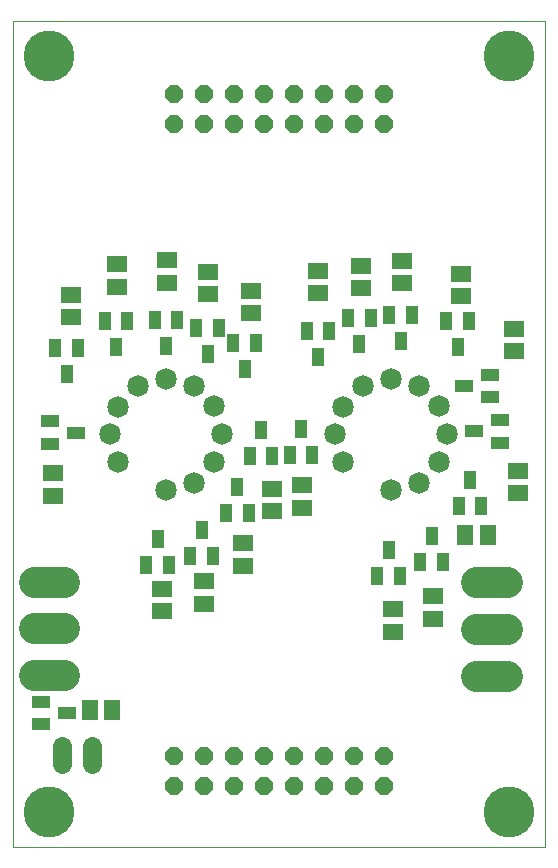
<source format=gbs>
G75*
G70*
%OFA0B0*%
%FSLAX24Y24*%
%IPPOS*%
%LPD*%
%AMOC8*
5,1,8,0,0,1.08239X$1,22.5*
%
%ADD10C,0.0000*%
%ADD11C,0.0719*%
%ADD12OC8,0.0600*%
%ADD13R,0.0591X0.0434*%
%ADD14R,0.0434X0.0591*%
%ADD15R,0.0670X0.0552*%
%ADD16R,0.0552X0.0670*%
%ADD17C,0.1044*%
%ADD18C,0.0640*%
%ADD19C,0.1700*%
D10*
X000912Y000100D02*
X000912Y027659D01*
X018628Y027659D01*
X018628Y000100D01*
X000912Y000100D01*
D11*
X006014Y012004D03*
X006922Y012258D03*
X007609Y012954D03*
X007855Y013876D03*
X007601Y014798D03*
X006923Y015465D03*
X006006Y015720D03*
X005066Y015474D03*
X004399Y014790D03*
X004138Y013868D03*
X004388Y012946D03*
X011638Y013868D03*
X011888Y012946D03*
X011899Y014790D03*
X012566Y015474D03*
X013506Y015720D03*
X014423Y015465D03*
X015101Y014798D03*
X015355Y013876D03*
X015109Y012954D03*
X014422Y012258D03*
X013514Y012004D03*
D12*
X013254Y003151D03*
X013254Y002151D03*
X012254Y002151D03*
X012254Y003151D03*
X011254Y003151D03*
X011254Y002151D03*
X010254Y002151D03*
X010254Y003151D03*
X009254Y003151D03*
X009254Y002151D03*
X008254Y002151D03*
X008254Y003151D03*
X007254Y003151D03*
X007254Y002151D03*
X006254Y002151D03*
X006254Y003151D03*
X006254Y024222D03*
X006254Y025222D03*
X007254Y025222D03*
X007254Y024222D03*
X008254Y024222D03*
X008254Y025222D03*
X009254Y025222D03*
X009254Y024222D03*
X010254Y024222D03*
X010254Y025222D03*
X011254Y025222D03*
X011254Y024222D03*
X012254Y024222D03*
X012254Y025222D03*
X013254Y025222D03*
X013254Y024222D03*
D13*
X016790Y015848D03*
X016790Y015100D03*
X017144Y014340D03*
X017144Y013592D03*
X016278Y013966D03*
X015923Y015474D03*
X002986Y013927D03*
X002120Y014301D03*
X002120Y013553D03*
X001837Y004954D03*
X001837Y004206D03*
X002703Y004580D03*
D14*
X005345Y009498D03*
X005719Y010364D03*
X006093Y009498D03*
X006813Y009813D03*
X007187Y010679D03*
X007561Y009813D03*
X008006Y011230D03*
X008380Y012096D03*
X008754Y011230D03*
X008801Y013143D03*
X009175Y014009D03*
X009549Y013143D03*
X010124Y013191D03*
X010498Y014057D03*
X010872Y013191D03*
X011061Y016443D03*
X010687Y017309D03*
X011435Y017309D03*
X012077Y017742D03*
X012451Y016876D03*
X012825Y017742D03*
X013447Y017828D03*
X013821Y016962D03*
X014195Y017828D03*
X015349Y017631D03*
X015723Y016765D03*
X016097Y017631D03*
X016144Y012332D03*
X016518Y011466D03*
X015770Y011466D03*
X014853Y010474D03*
X015227Y009608D03*
X014479Y009608D03*
X013797Y009135D03*
X013049Y009135D03*
X013423Y010002D03*
X008994Y016899D03*
X008620Y016033D03*
X008246Y016899D03*
X007762Y017411D03*
X007388Y016545D03*
X007014Y017411D03*
X006372Y017687D03*
X005998Y016820D03*
X005624Y017687D03*
X004707Y017647D03*
X004333Y016781D03*
X003959Y017647D03*
X003061Y016734D03*
X002687Y015868D03*
X002313Y016734D03*
D15*
X002821Y017765D03*
X002821Y018513D03*
X004384Y018789D03*
X004384Y019537D03*
X006038Y019663D03*
X006038Y018915D03*
X007416Y019277D03*
X007416Y018529D03*
X008833Y018655D03*
X008833Y017907D03*
X011081Y018565D03*
X011081Y019313D03*
X012498Y019478D03*
X012498Y018730D03*
X013876Y018895D03*
X013876Y019643D03*
X015845Y019218D03*
X015845Y018470D03*
X017616Y017376D03*
X017616Y016628D03*
X017750Y012659D03*
X017750Y011911D03*
X014916Y008470D03*
X014916Y007722D03*
X013577Y008029D03*
X013577Y007281D03*
X010538Y011419D03*
X010538Y012167D03*
X009526Y012049D03*
X009526Y011301D03*
X008581Y010230D03*
X008581Y009482D03*
X007282Y008962D03*
X007282Y008214D03*
X005860Y007966D03*
X005860Y008714D03*
X002238Y011817D03*
X002238Y012565D03*
D16*
X003455Y004694D03*
X004203Y004694D03*
X015983Y010506D03*
X016731Y010506D03*
D17*
X016351Y008931D02*
X017355Y008931D01*
X017355Y007372D02*
X016351Y007372D01*
X016351Y005813D02*
X017355Y005813D01*
X002591Y005836D02*
X001587Y005836D01*
X001587Y007395D02*
X002591Y007395D01*
X002591Y008954D02*
X001587Y008954D01*
D18*
X002538Y003471D02*
X002538Y002871D01*
X003538Y002871D02*
X003538Y003471D01*
D19*
X002093Y001281D03*
X017447Y001281D03*
X017447Y026478D03*
X002093Y026478D03*
M02*

</source>
